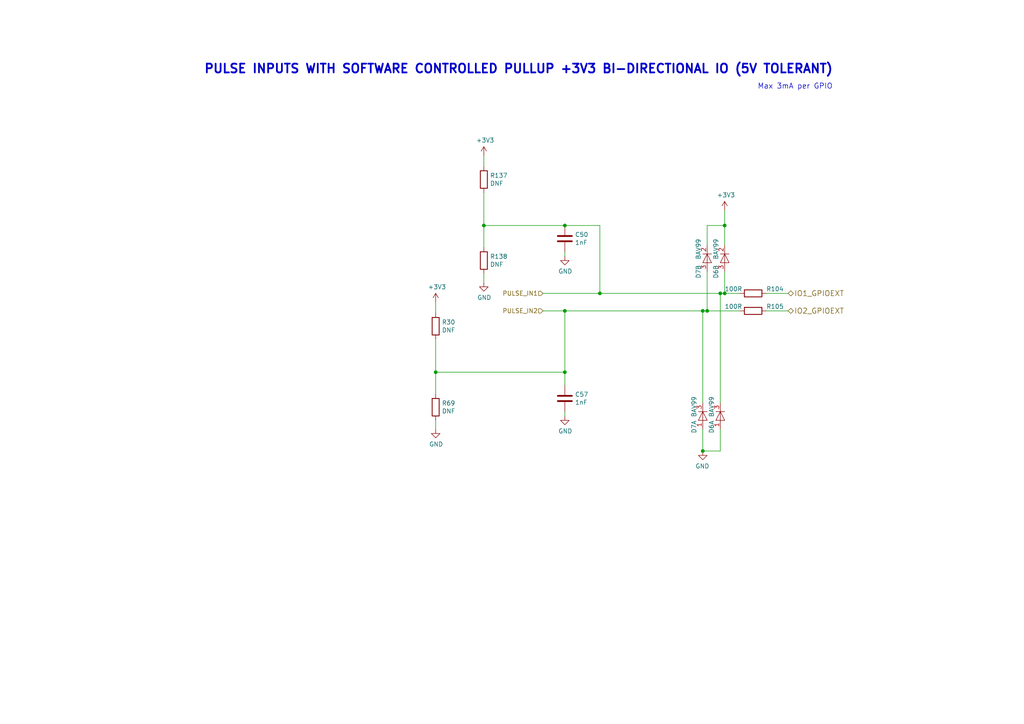
<source format=kicad_sch>
(kicad_sch (version 20230121) (generator eeschema)
  (paper "A4")
  (title_block (title "Open Smart Monitor") (date "2023-09-29") (rev "C.2") (company "Devtank LTD") (comment 1 "Part No: 304-010"))
  (lib_symbols
    (symbol "Device:C" (pin_numbers hide) (pin_names (offset 0.254))
      (property "Reference" "C" (at 0.635 2.54 0))
      (property "Value" "C" (at 0.635 -2.54 0))
      (symbol "C_0_1"
        (polyline (pts (xy -2.032 -0.762) (xy 2.032 -0.762)) (stroke (width 0.508)))
        (polyline (pts (xy -2.032 0.762) (xy 2.032 0.762)) (stroke (width 0.508)))
      )
      (symbol "C_1_1"
        (pin passive line (at 0 3.81 270) (length 2.794) (name "~") (number "1"))
        (pin passive line (at 0 -3.81 90) (length 2.794) (name "~") (number "2"))
      )
    )
    (symbol "Device:R" (pin_numbers hide) (pin_names (offset 0))
      (property "Reference" "R" (at 2.032 0 90))
      (property "Value" "R" (at 0 0 90))
      (symbol "R_0_1"
        (rectangle (start -1.016 -2.54) (end 1.016 2.54) (stroke (width 0.254)))
      )
      (symbol "R_1_1"
        (pin passive line (at 0 3.81 270) (length 1.27) (name "~") (number "1"))
        (pin passive line (at 0 -3.81 90) (length 1.27) (name "~") (number "2"))
      )
    )
    (symbol "OSM_env01-rescue:BAV99-Diode-ESP32-EVB_Rev_D-rescue" (pin_names (offset 1.016) hide)
      (property "Reference" "D" (at 0 2.54 0))
      (property "Value" "BAV99-Diode-ESP32-EVB_Rev_D-rescue" (at 0 -2.54 0))
      (symbol "BAV99-Diode-ESP32-EVB_Rev_D-rescue_0_1"
        (polyline (pts (xy -1.27 1.27) (xy -1.27 -1.27)) (stroke (width 0.1524)))
        (polyline (pts (xy 1.27 0) (xy -1.27 0)))
        (polyline (pts (xy 1.27 1.27) (xy 1.27 -1.27)))
        (polyline (pts (xy 1.27 1.27) (xy -1.27 0) (xy 1.27 -1.27)))
      )
      (symbol "BAV99-Diode-ESP32-EVB_Rev_D-rescue_1_1"
        (pin passive line (at 3.81 0 180) (length 2.54) (name "A") (number "1"))
        (pin passive line (at -3.81 0 0) (length 2.54) (name "K") (number "3"))
      )
      (symbol "BAV99-Diode-ESP32-EVB_Rev_D-rescue_2_1"
        (pin passive line (at -3.81 0 0) (length 2.54) (name "K") (number "2"))
        (pin passive line (at 3.81 0 180) (length 2.54) (name "A") (number "3"))
      )
    )
    (symbol "power:+3V3" (power) (pin_names (offset 0))
      (property "Value" "+3V3" (at 0 3.556 0))
      (symbol "+3V3_0_1"
        (polyline (pts (xy -0.762 1.27) (xy 0 2.54)))
        (polyline (pts (xy 0 0) (xy 0 2.54)))
        (polyline (pts (xy 0 2.54) (xy 0.762 1.27)))
      )
      (symbol "+3V3_1_1"
        (pin power_in line (at 0 0 90) (length 0) hide (name "+3V3") (number "1"))
      )
    )
    (symbol "power:GND" (power) (pin_names (offset 0))
      (property "Value" "GND" (at 0 -3.81 0))
      (symbol "GND_0_1"
        (polyline (pts (xy 0 0) (xy 0 -1.27) (xy 1.27 -1.27) (xy 0 -2.54) (xy -1.27 -1.27) (xy 0 -1.27)))
      )
      (symbol "GND_1_1"
        (pin power_in line (at 0 0 270) (length 0) hide (name "GND") (number "1"))
      )
    )
  )
  (junction (at 208.915 85.09))
  (junction (at 205.105 90.17))
  (junction (at 203.835 90.17))
  (junction (at 203.835 130.81))
  (junction (at 140.335 65.405))
  (junction (at 126.365 107.95))
  (junction (at 210.185 85.09))
  (junction (at 163.83 107.95))
  (junction (at 163.83 65.405))
  (junction (at 173.99 85.09))
  (junction (at 163.83 90.17))
  (junction (at 210.185 65.405))
  (wire (pts (xy 140.335 79.375) (xy 140.335 81.915)))
  (wire (pts (xy 173.99 85.09) (xy 208.915 85.09)))
  (wire (pts (xy 205.105 71.12) (xy 205.105 65.405)))
  (wire (pts (xy 222.25 85.09) (xy 228.6 85.09)))
  (wire (pts (xy 208.915 85.09) (xy 210.185 85.09)))
  (wire (pts (xy 126.365 98.425) (xy 126.365 107.95)))
  (wire (pts (xy 126.365 121.92) (xy 126.365 124.46)))
  (wire (pts (xy 205.105 90.17) (xy 203.835 90.17)))
  (wire (pts (xy 126.365 107.95) (xy 163.83 107.95)))
  (wire (pts (xy 163.83 65.405) (xy 173.99 65.405)))
  (wire (pts (xy 157.48 85.09) (xy 173.99 85.09)))
  (wire (pts (xy 208.915 85.09) (xy 208.915 116.84)))
  (wire (pts (xy 140.335 65.405) (xy 163.83 65.405)))
  (wire (pts (xy 163.83 90.17) (xy 203.835 90.17)))
  (wire (pts (xy 205.105 78.74) (xy 205.105 90.17)))
  (wire (pts (xy 163.83 74.295) (xy 163.83 73.025)))
  (wire (pts (xy 203.835 116.84) (xy 203.835 90.17)))
  (wire (pts (xy 210.185 85.09) (xy 214.63 85.09)))
  (wire (pts (xy 163.83 107.95) (xy 163.83 111.76)))
  (wire (pts (xy 210.185 60.96) (xy 210.185 65.405)))
  (wire (pts (xy 140.335 45.085) (xy 140.335 48.26)))
  (wire (pts (xy 210.185 78.74) (xy 210.185 85.09)))
  (wire (pts (xy 208.915 130.81) (xy 203.835 130.81)))
  (wire (pts (xy 173.99 65.405) (xy 173.99 85.09)))
  (wire (pts (xy 140.335 65.405) (xy 140.335 71.755)))
  (wire (pts (xy 126.365 107.95) (xy 126.365 114.3)))
  (wire (pts (xy 210.185 71.12) (xy 210.185 65.405)))
  (wire (pts (xy 163.83 90.17) (xy 163.83 107.95)))
  (wire (pts (xy 163.83 90.17) (xy 157.48 90.17)))
  (wire (pts (xy 203.835 130.81) (xy 203.835 124.46)))
  (wire (pts (xy 163.83 120.65) (xy 163.83 119.38)))
  (wire (pts (xy 140.335 55.88) (xy 140.335 65.405)))
  (wire (pts (xy 126.365 87.63) (xy 126.365 90.805)))
  (wire (pts (xy 210.185 65.405) (xy 205.105 65.405)))
  (wire (pts (xy 205.105 90.17) (xy 214.63 90.17)))
  (wire (pts (xy 208.915 124.46) (xy 208.915 130.81)))
  (wire (pts (xy 222.25 90.17) (xy 228.6 90.17)))
  (text "Max 3mA per GPIO" (at 219.71 26.035 0) (effects (font (size 1.524 1.524)) (justify left bottom)))
  (text "PULSE INPUTS WITH SOFTWARE CONTROLLED PULLUP +3V3 BI-DIRECTIONAL IO (5V TOLERANT)" (at 59.055 21.59 0) (effects (font (size 2.54 2.54) (thickness 0.508) bold) (justify left bottom)))
  (hierarchical_label "PULSE_IN1" (shape input) (at 157.48 85.09 180))
  (hierarchical_label "IO2_GPIOEXT" (shape bidirectional) (at 228.6 90.17 0) (effects (font (size 1.524 1.524))))
  (hierarchical_label "IO1_GPIOEXT" (shape bidirectional) (at 228.6 85.09 0) (effects (font (size 1.524 1.524))))
  (hierarchical_label "PULSE_IN2" (shape input) (at 157.48 90.17 180))
  (symbol (lib_id "OSM_env01-rescue:BAV99-Diode-ESP32-EVB_Rev_D-rescue") (at 203.835 120.65 90) (mirror x) (unit 1)
    (property "Reference" "D7" (at 201.295 121.92 0) (effects (justify left)))
    (property "Value" "BAV99" (at 201.295 114.935 0) (effects (justify left)))
    (property "Footprint" "Package_TO_SOT_SMD:SOT-23" (effects hide))
    (property "Datasheet" "www.nxp.com/documents/data_sheet/BAV99_SER.pdf" (effects hide))
  )
  (symbol (lib_id "OSM_env01-rescue:BAV99-Diode-ESP32-EVB_Rev_D-rescue") (at 205.105 74.93 90) (mirror x) (unit 2)
    (property "Reference" "D7" (at 202.565 76.835 0) (effects (justify left)))
    (property "Value" "BAV99" (at 202.565 69.215 0) (effects (justify left)))
    (property "Footprint" "Package_TO_SOT_SMD:SOT-23" (effects hide))
    (property "Datasheet" "www.nxp.com/documents/data_sheet/BAV99_SER.pdf" (effects hide))
  )
  (symbol (lib_id "OSM_env01-rescue:BAV99-Diode-ESP32-EVB_Rev_D-rescue") (at 210.185 74.93 90) (mirror x) (unit 2)
    (property "Reference" "D6" (at 207.645 76.835 0) (effects (justify left)))
    (property "Value" "BAV99" (at 207.645 69.215 0) (effects (justify left)))
    (property "Footprint" "Package_TO_SOT_SMD:SOT-23" (effects hide))
    (property "Datasheet" "www.nxp.com/documents/data_sheet/BAV99_SER.pdf" (effects hide))
  )
  (symbol (lib_id "OSM_env01-rescue:BAV99-Diode-ESP32-EVB_Rev_D-rescue") (at 208.915 120.65 90) (mirror x) (unit 1)
    (property "Reference" "D6" (at 206.375 121.92 0) (effects (justify left)))
    (property "Value" "BAV99" (at 206.375 114.935 0) (effects (justify left)))
    (property "Footprint" "Package_TO_SOT_SMD:SOT-23" (effects hide))
    (property "Datasheet" "www.nxp.com/documents/data_sheet/BAV99_SER.pdf" (effects hide))
  )
  (symbol (lib_id "Device:R") (at 218.44 85.09 90) (mirror x) (unit 1)
    (property "Reference" "R104" (at 224.79 83.82 90))
    (property "Value" "100R" (at 212.725 83.82 90))
    (property "Footprint" "Resistor_SMD:R_0603_1608Metric" (effects hide))
  )
  (symbol (lib_id "Device:R") (at 218.44 90.17 90) (mirror x) (unit 1)
    (property "Reference" "R105" (at 224.79 88.9 90))
    (property "Value" "100R" (at 212.725 88.9 90))
    (property "Footprint" "Resistor_SMD:R_0603_1608Metric" (effects hide))
  )
  (symbol (lib_id "power:GND") (at 203.835 130.81 0) (mirror y) (unit 1)
    (property "Reference" "#PWR075" (effects hide))
    (property "Value" "GND" (at 203.708 135.2042 0))
  )
  (symbol (lib_id "power:+3V3") (at 210.185 60.96 0) (unit 1)
    (property "Reference" "#PWR0142" (effects hide))
    (property "Value" "+3V3" (at 210.566 56.5658 0))
    (instances (project "OSM_env01" (path "" (reference "#PWR0142") (unit 1)) (path "" (reference "#PWR052") (unit 1))))
  )
  (symbol (lib_id "Device:R") (at 126.365 118.11 0) (unit 1)
    (property "Reference" "R69" (at 128.143 116.9416 0) (effects (justify left)))
    (property "Value" "DNF" (at 128.143 119.253 0) (effects (justify left)))
    (property "Footprint" "Resistor_SMD:R_0402_1005Metric" (effects hide))
  )
  (symbol (lib_id "Device:R") (at 126.365 94.615 0) (unit 1)
    (property "Reference" "R30" (at 128.143 93.4466 0) (effects (justify left)))
    (property "Value" "DNF" (at 128.143 95.758 0) (effects (justify left)))
    (property "Footprint" "Resistor_SMD:R_0402_1005Metric" (effects hide))
  )
  (symbol (lib_id "power:GND") (at 163.83 74.295 0) (unit 1)
    (property "Reference" "#PWR06" (effects hide))
    (property "Value" "GND" (at 163.957 78.6892 0))
  )
  (symbol (lib_id "Device:R") (at 140.335 52.07 0) (unit 1)
    (property "Reference" "R137" (at 142.113 50.9016 0) (effects (justify left)))
    (property "Value" "DNF" (at 142.113 53.213 0) (effects (justify left)))
    (property "Footprint" "Resistor_SMD:R_0402_1005Metric" (effects hide))
  )
  (symbol (lib_id "power:+3V3") (at 140.335 45.085 0) (unit 1)
    (property "Reference" "#PWR0142" (effects hide))
    (property "Value" "+3V3" (at 140.716 40.6908 0))
    (instances (project "OSM_env01" (path "" (reference "#PWR0142") (unit 1)) (path "" (reference "#PWR09") (unit 1))))
  )
  (symbol (lib_id "power:GND") (at 140.335 81.915 0) (unit 1)
    (property "Reference" "#PWR0108" (effects hide))
    (property "Value" "GND" (at 140.462 86.3092 0))
  )
  (symbol (lib_id "Device:C") (at 163.83 115.57 0) (unit 1)
    (property "Reference" "C57" (at 166.751 114.4016 0) (effects (justify left)))
    (property "Value" "1nF" (at 166.751 116.713 0) (effects (justify left)))
    (property "Footprint" "Capacitor_SMD:C_0402_1005Metric" (effects hide))
  )
  (symbol (lib_id "Device:C") (at 163.83 69.215 0) (unit 1)
    (property "Reference" "C50" (at 166.751 68.0466 0) (effects (justify left)))
    (property "Value" "1nF" (at 166.751 70.358 0) (effects (justify left)))
    (property "Footprint" "Capacitor_SMD:C_0402_1005Metric" (effects hide))
  )
  (symbol (lib_id "power:+3V3") (at 126.365 87.63 0) (unit 1)
    (property "Reference" "#PWR0142" (effects hide))
    (property "Value" "+3V3" (at 126.746 83.2358 0))
    (instances (project "OSM_env01" (path "" (reference "#PWR0142") (unit 1)) (path "" (reference "#PWR035") (unit 1))))
  )
  (symbol (lib_id "Device:R") (at 140.335 75.565 0) (unit 1)
    (property "Reference" "R138" (at 142.113 74.3966 0) (effects (justify left)))
    (property "Value" "DNF" (at 142.113 76.708 0) (effects (justify left)))
    (property "Footprint" "Resistor_SMD:R_0402_1005Metric" (effects hide))
  )
  (symbol (lib_id "power:GND") (at 163.83 120.65 0) (unit 1)
    (property "Reference" "#PWR08" (effects hide))
    (property "Value" "GND" (at 163.957 125.0442 0))
  )
  (symbol (lib_id "power:GND") (at 126.365 124.46 0) (unit 1)
    (property "Reference" "#PWR042" (effects hide))
    (property "Value" "GND" (at 126.492 128.8542 0))
  )
)
</source>
